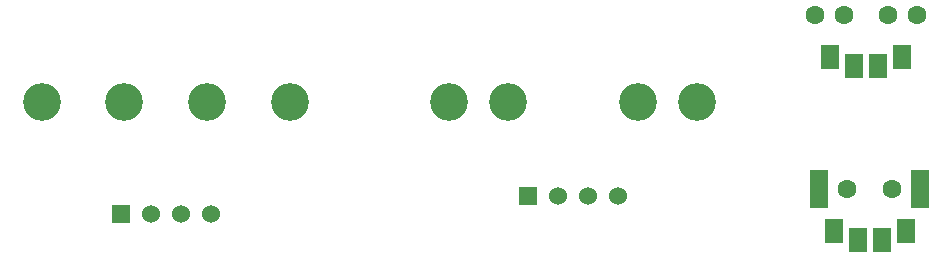
<source format=gts>
G04 (created by PCBNEW (2013-mar-13)-testing) date Wed 13 Nov 2013 01:43:14 PM CET*
%MOIN*%
G04 Gerber Fmt 3.4, Leading zero omitted, Abs format*
%FSLAX34Y34*%
G01*
G70*
G90*
G04 APERTURE LIST*
%ADD10C,0.005906*%
%ADD11C,0.125984*%
%ADD12R,0.060000X0.060000*%
%ADD13C,0.060000*%
%ADD14C,0.062992*%
%ADD15R,0.062992X0.125984*%
%ADD16R,0.060000X0.078740*%
G04 APERTURE END LIST*
G54D10*
G54D11*
X54921Y-37795D03*
X57677Y-37795D03*
X60433Y-37795D03*
X63188Y-37795D03*
G54D12*
X57555Y-41535D03*
G54D13*
X58555Y-41535D03*
X59555Y-41535D03*
X60555Y-41535D03*
G54D11*
X68503Y-37795D03*
X70472Y-37795D03*
X74803Y-37795D03*
X76771Y-37795D03*
G54D12*
X71137Y-40944D03*
G54D13*
X72137Y-40944D03*
X73137Y-40944D03*
X74137Y-40944D03*
G54D14*
X80708Y-34921D03*
X81653Y-34921D03*
X83149Y-34921D03*
X84094Y-34921D03*
G54D15*
X80826Y-40708D03*
G54D14*
X81771Y-40708D03*
X83267Y-40708D03*
G54D15*
X84212Y-40708D03*
G54D16*
X81201Y-36321D03*
X82001Y-36621D03*
X82801Y-36621D03*
X83601Y-36321D03*
X81319Y-42108D03*
X82119Y-42408D03*
X82919Y-42408D03*
X83719Y-42108D03*
M02*

</source>
